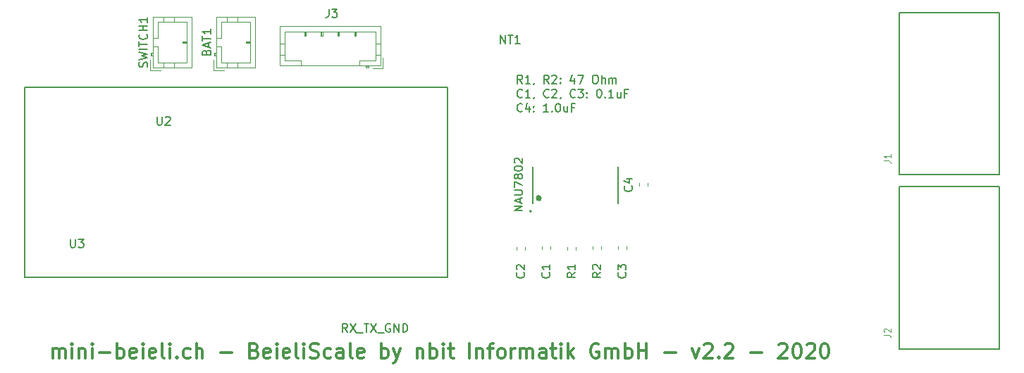
<source format=gto>
G04 #@! TF.GenerationSoftware,KiCad,Pcbnew,5.1.5-2.fc32*
G04 #@! TF.CreationDate,2020-05-12T10:48:03+02:00*
G04 #@! TF.ProjectId,beieliscale-kicad,62656965-6c69-4736-9361-6c652d6b6963,rev?*
G04 #@! TF.SameCoordinates,Original*
G04 #@! TF.FileFunction,Legend,Top*
G04 #@! TF.FilePolarity,Positive*
%FSLAX46Y46*%
G04 Gerber Fmt 4.6, Leading zero omitted, Abs format (unit mm)*
G04 Created by KiCad (PCBNEW 5.1.5-2.fc32) date 2020-05-12 10:48:03*
%MOMM*%
%LPD*%
G04 APERTURE LIST*
%ADD10C,0.150000*%
%ADD11C,0.200000*%
%ADD12C,0.300000*%
%ADD13C,0.120000*%
%ADD14C,0.127000*%
%ADD15C,0.050000*%
G04 APERTURE END LIST*
D10*
X45466095Y-64173380D02*
X45466095Y-64982904D01*
X45513714Y-65078142D01*
X45561333Y-65125761D01*
X45656571Y-65173380D01*
X45847047Y-65173380D01*
X45942285Y-65125761D01*
X45989904Y-65078142D01*
X46037523Y-64982904D01*
X46037523Y-64173380D01*
X46418476Y-64173380D02*
X47037523Y-64173380D01*
X46704190Y-64554333D01*
X46847047Y-64554333D01*
X46942285Y-64601952D01*
X46989904Y-64649571D01*
X47037523Y-64744809D01*
X47037523Y-64982904D01*
X46989904Y-65078142D01*
X46942285Y-65125761D01*
X46847047Y-65173380D01*
X46561333Y-65173380D01*
X46466095Y-65125761D01*
X46418476Y-65078142D01*
X55880095Y-49441380D02*
X55880095Y-50250904D01*
X55927714Y-50346142D01*
X55975333Y-50393761D01*
X56070571Y-50441380D01*
X56261047Y-50441380D01*
X56356285Y-50393761D01*
X56403904Y-50346142D01*
X56451523Y-50250904D01*
X56451523Y-49441380D01*
X56880095Y-49536619D02*
X56927714Y-49489000D01*
X57022952Y-49441380D01*
X57261047Y-49441380D01*
X57356285Y-49489000D01*
X57403904Y-49536619D01*
X57451523Y-49631857D01*
X57451523Y-49727095D01*
X57403904Y-49869952D01*
X56832476Y-50441380D01*
X57451523Y-50441380D01*
D11*
X99745523Y-45439380D02*
X99412190Y-44963190D01*
X99174095Y-45439380D02*
X99174095Y-44439380D01*
X99555047Y-44439380D01*
X99650285Y-44487000D01*
X99697904Y-44534619D01*
X99745523Y-44629857D01*
X99745523Y-44772714D01*
X99697904Y-44867952D01*
X99650285Y-44915571D01*
X99555047Y-44963190D01*
X99174095Y-44963190D01*
X100697904Y-45439380D02*
X100126476Y-45439380D01*
X100412190Y-45439380D02*
X100412190Y-44439380D01*
X100316952Y-44582238D01*
X100221714Y-44677476D01*
X100126476Y-44725095D01*
X101174095Y-45391761D02*
X101174095Y-45439380D01*
X101126476Y-45534619D01*
X101078857Y-45582238D01*
X102936000Y-45439380D02*
X102602666Y-44963190D01*
X102364571Y-45439380D02*
X102364571Y-44439380D01*
X102745523Y-44439380D01*
X102840761Y-44487000D01*
X102888380Y-44534619D01*
X102936000Y-44629857D01*
X102936000Y-44772714D01*
X102888380Y-44867952D01*
X102840761Y-44915571D01*
X102745523Y-44963190D01*
X102364571Y-44963190D01*
X103316952Y-44534619D02*
X103364571Y-44487000D01*
X103459809Y-44439380D01*
X103697904Y-44439380D01*
X103793142Y-44487000D01*
X103840761Y-44534619D01*
X103888380Y-44629857D01*
X103888380Y-44725095D01*
X103840761Y-44867952D01*
X103269333Y-45439380D01*
X103888380Y-45439380D01*
X104316952Y-45344142D02*
X104364571Y-45391761D01*
X104316952Y-45439380D01*
X104269333Y-45391761D01*
X104316952Y-45344142D01*
X104316952Y-45439380D01*
X104316952Y-44820333D02*
X104364571Y-44867952D01*
X104316952Y-44915571D01*
X104269333Y-44867952D01*
X104316952Y-44820333D01*
X104316952Y-44915571D01*
X105983619Y-44772714D02*
X105983619Y-45439380D01*
X105745523Y-44391761D02*
X105507428Y-45106047D01*
X106126476Y-45106047D01*
X106412190Y-44439380D02*
X107078857Y-44439380D01*
X106650285Y-45439380D01*
X108412190Y-44439380D02*
X108602666Y-44439380D01*
X108697904Y-44487000D01*
X108793142Y-44582238D01*
X108840761Y-44772714D01*
X108840761Y-45106047D01*
X108793142Y-45296523D01*
X108697904Y-45391761D01*
X108602666Y-45439380D01*
X108412190Y-45439380D01*
X108316952Y-45391761D01*
X108221714Y-45296523D01*
X108174095Y-45106047D01*
X108174095Y-44772714D01*
X108221714Y-44582238D01*
X108316952Y-44487000D01*
X108412190Y-44439380D01*
X109269333Y-45439380D02*
X109269333Y-44439380D01*
X109697904Y-45439380D02*
X109697904Y-44915571D01*
X109650285Y-44820333D01*
X109555047Y-44772714D01*
X109412190Y-44772714D01*
X109316952Y-44820333D01*
X109269333Y-44867952D01*
X110174095Y-45439380D02*
X110174095Y-44772714D01*
X110174095Y-44867952D02*
X110221714Y-44820333D01*
X110316952Y-44772714D01*
X110459809Y-44772714D01*
X110555047Y-44820333D01*
X110602666Y-44915571D01*
X110602666Y-45439380D01*
X110602666Y-44915571D02*
X110650285Y-44820333D01*
X110745523Y-44772714D01*
X110888380Y-44772714D01*
X110983619Y-44820333D01*
X111031238Y-44915571D01*
X111031238Y-45439380D01*
X99745523Y-47044142D02*
X99697904Y-47091761D01*
X99555047Y-47139380D01*
X99459809Y-47139380D01*
X99316952Y-47091761D01*
X99221714Y-46996523D01*
X99174095Y-46901285D01*
X99126476Y-46710809D01*
X99126476Y-46567952D01*
X99174095Y-46377476D01*
X99221714Y-46282238D01*
X99316952Y-46187000D01*
X99459809Y-46139380D01*
X99555047Y-46139380D01*
X99697904Y-46187000D01*
X99745523Y-46234619D01*
X100697904Y-47139380D02*
X100126476Y-47139380D01*
X100412190Y-47139380D02*
X100412190Y-46139380D01*
X100316952Y-46282238D01*
X100221714Y-46377476D01*
X100126476Y-46425095D01*
X101174095Y-47091761D02*
X101174095Y-47139380D01*
X101126476Y-47234619D01*
X101078857Y-47282238D01*
X102936000Y-47044142D02*
X102888380Y-47091761D01*
X102745523Y-47139380D01*
X102650285Y-47139380D01*
X102507428Y-47091761D01*
X102412190Y-46996523D01*
X102364571Y-46901285D01*
X102316952Y-46710809D01*
X102316952Y-46567952D01*
X102364571Y-46377476D01*
X102412190Y-46282238D01*
X102507428Y-46187000D01*
X102650285Y-46139380D01*
X102745523Y-46139380D01*
X102888380Y-46187000D01*
X102936000Y-46234619D01*
X103316952Y-46234619D02*
X103364571Y-46187000D01*
X103459809Y-46139380D01*
X103697904Y-46139380D01*
X103793142Y-46187000D01*
X103840761Y-46234619D01*
X103888380Y-46329857D01*
X103888380Y-46425095D01*
X103840761Y-46567952D01*
X103269333Y-47139380D01*
X103888380Y-47139380D01*
X104364571Y-47091761D02*
X104364571Y-47139380D01*
X104316952Y-47234619D01*
X104269333Y-47282238D01*
X106126476Y-47044142D02*
X106078857Y-47091761D01*
X105936000Y-47139380D01*
X105840761Y-47139380D01*
X105697904Y-47091761D01*
X105602666Y-46996523D01*
X105555047Y-46901285D01*
X105507428Y-46710809D01*
X105507428Y-46567952D01*
X105555047Y-46377476D01*
X105602666Y-46282238D01*
X105697904Y-46187000D01*
X105840761Y-46139380D01*
X105936000Y-46139380D01*
X106078857Y-46187000D01*
X106126476Y-46234619D01*
X106459809Y-46139380D02*
X107078857Y-46139380D01*
X106745523Y-46520333D01*
X106888380Y-46520333D01*
X106983619Y-46567952D01*
X107031238Y-46615571D01*
X107078857Y-46710809D01*
X107078857Y-46948904D01*
X107031238Y-47044142D01*
X106983619Y-47091761D01*
X106888380Y-47139380D01*
X106602666Y-47139380D01*
X106507428Y-47091761D01*
X106459809Y-47044142D01*
X107507428Y-47044142D02*
X107555047Y-47091761D01*
X107507428Y-47139380D01*
X107459809Y-47091761D01*
X107507428Y-47044142D01*
X107507428Y-47139380D01*
X107507428Y-46520333D02*
X107555047Y-46567952D01*
X107507428Y-46615571D01*
X107459809Y-46567952D01*
X107507428Y-46520333D01*
X107507428Y-46615571D01*
X108936000Y-46139380D02*
X109031238Y-46139380D01*
X109126476Y-46187000D01*
X109174095Y-46234619D01*
X109221714Y-46329857D01*
X109269333Y-46520333D01*
X109269333Y-46758428D01*
X109221714Y-46948904D01*
X109174095Y-47044142D01*
X109126476Y-47091761D01*
X109031238Y-47139380D01*
X108936000Y-47139380D01*
X108840761Y-47091761D01*
X108793142Y-47044142D01*
X108745523Y-46948904D01*
X108697904Y-46758428D01*
X108697904Y-46520333D01*
X108745523Y-46329857D01*
X108793142Y-46234619D01*
X108840761Y-46187000D01*
X108936000Y-46139380D01*
X109697904Y-47044142D02*
X109745523Y-47091761D01*
X109697904Y-47139380D01*
X109650285Y-47091761D01*
X109697904Y-47044142D01*
X109697904Y-47139380D01*
X110697904Y-47139380D02*
X110126476Y-47139380D01*
X110412190Y-47139380D02*
X110412190Y-46139380D01*
X110316952Y-46282238D01*
X110221714Y-46377476D01*
X110126476Y-46425095D01*
X111555047Y-46472714D02*
X111555047Y-47139380D01*
X111126476Y-46472714D02*
X111126476Y-46996523D01*
X111174095Y-47091761D01*
X111269333Y-47139380D01*
X111412190Y-47139380D01*
X111507428Y-47091761D01*
X111555047Y-47044142D01*
X112364571Y-46615571D02*
X112031238Y-46615571D01*
X112031238Y-47139380D02*
X112031238Y-46139380D01*
X112507428Y-46139380D01*
X99745523Y-48744142D02*
X99697904Y-48791761D01*
X99555047Y-48839380D01*
X99459809Y-48839380D01*
X99316952Y-48791761D01*
X99221714Y-48696523D01*
X99174095Y-48601285D01*
X99126476Y-48410809D01*
X99126476Y-48267952D01*
X99174095Y-48077476D01*
X99221714Y-47982238D01*
X99316952Y-47887000D01*
X99459809Y-47839380D01*
X99555047Y-47839380D01*
X99697904Y-47887000D01*
X99745523Y-47934619D01*
X100602666Y-48172714D02*
X100602666Y-48839380D01*
X100364571Y-47791761D02*
X100126476Y-48506047D01*
X100745523Y-48506047D01*
X101126476Y-48744142D02*
X101174095Y-48791761D01*
X101126476Y-48839380D01*
X101078857Y-48791761D01*
X101126476Y-48744142D01*
X101126476Y-48839380D01*
X101126476Y-48220333D02*
X101174095Y-48267952D01*
X101126476Y-48315571D01*
X101078857Y-48267952D01*
X101126476Y-48220333D01*
X101126476Y-48315571D01*
X102888380Y-48839380D02*
X102316952Y-48839380D01*
X102602666Y-48839380D02*
X102602666Y-47839380D01*
X102507428Y-47982238D01*
X102412190Y-48077476D01*
X102316952Y-48125095D01*
X103316952Y-48744142D02*
X103364571Y-48791761D01*
X103316952Y-48839380D01*
X103269333Y-48791761D01*
X103316952Y-48744142D01*
X103316952Y-48839380D01*
X103983619Y-47839380D02*
X104078857Y-47839380D01*
X104174095Y-47887000D01*
X104221714Y-47934619D01*
X104269333Y-48029857D01*
X104316952Y-48220333D01*
X104316952Y-48458428D01*
X104269333Y-48648904D01*
X104221714Y-48744142D01*
X104174095Y-48791761D01*
X104078857Y-48839380D01*
X103983619Y-48839380D01*
X103888380Y-48791761D01*
X103840761Y-48744142D01*
X103793142Y-48648904D01*
X103745523Y-48458428D01*
X103745523Y-48220333D01*
X103793142Y-48029857D01*
X103840761Y-47934619D01*
X103888380Y-47887000D01*
X103983619Y-47839380D01*
X105174095Y-48172714D02*
X105174095Y-48839380D01*
X104745523Y-48172714D02*
X104745523Y-48696523D01*
X104793142Y-48791761D01*
X104888380Y-48839380D01*
X105031238Y-48839380D01*
X105126476Y-48791761D01*
X105174095Y-48744142D01*
X105983619Y-48315571D02*
X105650285Y-48315571D01*
X105650285Y-48839380D02*
X105650285Y-47839380D01*
X106126476Y-47839380D01*
D10*
X78732476Y-75333380D02*
X78399142Y-74857190D01*
X78161047Y-75333380D02*
X78161047Y-74333380D01*
X78542000Y-74333380D01*
X78637238Y-74381000D01*
X78684857Y-74428619D01*
X78732476Y-74523857D01*
X78732476Y-74666714D01*
X78684857Y-74761952D01*
X78637238Y-74809571D01*
X78542000Y-74857190D01*
X78161047Y-74857190D01*
X79065809Y-74333380D02*
X79732476Y-75333380D01*
X79732476Y-74333380D02*
X79065809Y-75333380D01*
X79875333Y-75428619D02*
X80637238Y-75428619D01*
X80732476Y-74333380D02*
X81303904Y-74333380D01*
X81018190Y-75333380D02*
X81018190Y-74333380D01*
X81542000Y-74333380D02*
X82208666Y-75333380D01*
X82208666Y-74333380D02*
X81542000Y-75333380D01*
X82351523Y-75428619D02*
X83113428Y-75428619D01*
X83875333Y-74381000D02*
X83780095Y-74333380D01*
X83637238Y-74333380D01*
X83494380Y-74381000D01*
X83399142Y-74476238D01*
X83351523Y-74571476D01*
X83303904Y-74761952D01*
X83303904Y-74904809D01*
X83351523Y-75095285D01*
X83399142Y-75190523D01*
X83494380Y-75285761D01*
X83637238Y-75333380D01*
X83732476Y-75333380D01*
X83875333Y-75285761D01*
X83922952Y-75238142D01*
X83922952Y-74904809D01*
X83732476Y-74904809D01*
X84351523Y-75333380D02*
X84351523Y-74333380D01*
X84922952Y-75333380D01*
X84922952Y-74333380D01*
X85399142Y-75333380D02*
X85399142Y-74333380D01*
X85637238Y-74333380D01*
X85780095Y-74381000D01*
X85875333Y-74476238D01*
X85922952Y-74571476D01*
X85970571Y-74761952D01*
X85970571Y-74904809D01*
X85922952Y-75095285D01*
X85875333Y-75190523D01*
X85780095Y-75285761D01*
X85637238Y-75333380D01*
X85399142Y-75333380D01*
D12*
X43332666Y-78466666D02*
X43332666Y-77300000D01*
X43332666Y-77466666D02*
X43416000Y-77383333D01*
X43582666Y-77300000D01*
X43832666Y-77300000D01*
X43999333Y-77383333D01*
X44082666Y-77550000D01*
X44082666Y-78466666D01*
X44082666Y-77550000D02*
X44166000Y-77383333D01*
X44332666Y-77300000D01*
X44582666Y-77300000D01*
X44749333Y-77383333D01*
X44832666Y-77550000D01*
X44832666Y-78466666D01*
X45666000Y-78466666D02*
X45666000Y-77300000D01*
X45666000Y-76716666D02*
X45582666Y-76800000D01*
X45666000Y-76883333D01*
X45749333Y-76800000D01*
X45666000Y-76716666D01*
X45666000Y-76883333D01*
X46499333Y-77300000D02*
X46499333Y-78466666D01*
X46499333Y-77466666D02*
X46582666Y-77383333D01*
X46749333Y-77300000D01*
X46999333Y-77300000D01*
X47166000Y-77383333D01*
X47249333Y-77550000D01*
X47249333Y-78466666D01*
X48082666Y-78466666D02*
X48082666Y-77300000D01*
X48082666Y-76716666D02*
X47999333Y-76800000D01*
X48082666Y-76883333D01*
X48166000Y-76800000D01*
X48082666Y-76716666D01*
X48082666Y-76883333D01*
X48916000Y-77800000D02*
X50249333Y-77800000D01*
X51082666Y-78466666D02*
X51082666Y-76716666D01*
X51082666Y-77383333D02*
X51249333Y-77300000D01*
X51582666Y-77300000D01*
X51749333Y-77383333D01*
X51832666Y-77466666D01*
X51916000Y-77633333D01*
X51916000Y-78133333D01*
X51832666Y-78300000D01*
X51749333Y-78383333D01*
X51582666Y-78466666D01*
X51249333Y-78466666D01*
X51082666Y-78383333D01*
X53332666Y-78383333D02*
X53166000Y-78466666D01*
X52832666Y-78466666D01*
X52666000Y-78383333D01*
X52582666Y-78216666D01*
X52582666Y-77550000D01*
X52666000Y-77383333D01*
X52832666Y-77300000D01*
X53166000Y-77300000D01*
X53332666Y-77383333D01*
X53416000Y-77550000D01*
X53416000Y-77716666D01*
X52582666Y-77883333D01*
X54166000Y-78466666D02*
X54166000Y-77300000D01*
X54166000Y-76716666D02*
X54082666Y-76800000D01*
X54166000Y-76883333D01*
X54249333Y-76800000D01*
X54166000Y-76716666D01*
X54166000Y-76883333D01*
X55666000Y-78383333D02*
X55499333Y-78466666D01*
X55166000Y-78466666D01*
X54999333Y-78383333D01*
X54916000Y-78216666D01*
X54916000Y-77550000D01*
X54999333Y-77383333D01*
X55166000Y-77300000D01*
X55499333Y-77300000D01*
X55666000Y-77383333D01*
X55749333Y-77550000D01*
X55749333Y-77716666D01*
X54916000Y-77883333D01*
X56749333Y-78466666D02*
X56582666Y-78383333D01*
X56499333Y-78216666D01*
X56499333Y-76716666D01*
X57416000Y-78466666D02*
X57416000Y-77300000D01*
X57416000Y-76716666D02*
X57332666Y-76800000D01*
X57416000Y-76883333D01*
X57499333Y-76800000D01*
X57416000Y-76716666D01*
X57416000Y-76883333D01*
X58249333Y-78300000D02*
X58332666Y-78383333D01*
X58249333Y-78466666D01*
X58166000Y-78383333D01*
X58249333Y-78300000D01*
X58249333Y-78466666D01*
X59832666Y-78383333D02*
X59666000Y-78466666D01*
X59332666Y-78466666D01*
X59166000Y-78383333D01*
X59082666Y-78300000D01*
X58999333Y-78133333D01*
X58999333Y-77633333D01*
X59082666Y-77466666D01*
X59166000Y-77383333D01*
X59332666Y-77300000D01*
X59666000Y-77300000D01*
X59832666Y-77383333D01*
X60582666Y-78466666D02*
X60582666Y-76716666D01*
X61332666Y-78466666D02*
X61332666Y-77550000D01*
X61249333Y-77383333D01*
X61082666Y-77300000D01*
X60832666Y-77300000D01*
X60666000Y-77383333D01*
X60582666Y-77466666D01*
X63499333Y-77800000D02*
X64832666Y-77800000D01*
X67582666Y-77550000D02*
X67832666Y-77633333D01*
X67916000Y-77716666D01*
X67999333Y-77883333D01*
X67999333Y-78133333D01*
X67916000Y-78300000D01*
X67832666Y-78383333D01*
X67666000Y-78466666D01*
X66999333Y-78466666D01*
X66999333Y-76716666D01*
X67582666Y-76716666D01*
X67749333Y-76800000D01*
X67832666Y-76883333D01*
X67916000Y-77050000D01*
X67916000Y-77216666D01*
X67832666Y-77383333D01*
X67749333Y-77466666D01*
X67582666Y-77550000D01*
X66999333Y-77550000D01*
X69416000Y-78383333D02*
X69249333Y-78466666D01*
X68916000Y-78466666D01*
X68749333Y-78383333D01*
X68666000Y-78216666D01*
X68666000Y-77550000D01*
X68749333Y-77383333D01*
X68916000Y-77300000D01*
X69249333Y-77300000D01*
X69416000Y-77383333D01*
X69499333Y-77550000D01*
X69499333Y-77716666D01*
X68666000Y-77883333D01*
X70249333Y-78466666D02*
X70249333Y-77300000D01*
X70249333Y-76716666D02*
X70166000Y-76800000D01*
X70249333Y-76883333D01*
X70332666Y-76800000D01*
X70249333Y-76716666D01*
X70249333Y-76883333D01*
X71749333Y-78383333D02*
X71582666Y-78466666D01*
X71249333Y-78466666D01*
X71082666Y-78383333D01*
X70999333Y-78216666D01*
X70999333Y-77550000D01*
X71082666Y-77383333D01*
X71249333Y-77300000D01*
X71582666Y-77300000D01*
X71749333Y-77383333D01*
X71832666Y-77550000D01*
X71832666Y-77716666D01*
X70999333Y-77883333D01*
X72832666Y-78466666D02*
X72666000Y-78383333D01*
X72582666Y-78216666D01*
X72582666Y-76716666D01*
X73499333Y-78466666D02*
X73499333Y-77300000D01*
X73499333Y-76716666D02*
X73416000Y-76800000D01*
X73499333Y-76883333D01*
X73582666Y-76800000D01*
X73499333Y-76716666D01*
X73499333Y-76883333D01*
X74249333Y-78383333D02*
X74499333Y-78466666D01*
X74916000Y-78466666D01*
X75082666Y-78383333D01*
X75166000Y-78300000D01*
X75249333Y-78133333D01*
X75249333Y-77966666D01*
X75166000Y-77800000D01*
X75082666Y-77716666D01*
X74916000Y-77633333D01*
X74582666Y-77550000D01*
X74416000Y-77466666D01*
X74332666Y-77383333D01*
X74249333Y-77216666D01*
X74249333Y-77050000D01*
X74332666Y-76883333D01*
X74416000Y-76800000D01*
X74582666Y-76716666D01*
X74999333Y-76716666D01*
X75249333Y-76800000D01*
X76749333Y-78383333D02*
X76582666Y-78466666D01*
X76249333Y-78466666D01*
X76082666Y-78383333D01*
X75999333Y-78300000D01*
X75916000Y-78133333D01*
X75916000Y-77633333D01*
X75999333Y-77466666D01*
X76082666Y-77383333D01*
X76249333Y-77300000D01*
X76582666Y-77300000D01*
X76749333Y-77383333D01*
X78249333Y-78466666D02*
X78249333Y-77550000D01*
X78166000Y-77383333D01*
X77999333Y-77300000D01*
X77666000Y-77300000D01*
X77499333Y-77383333D01*
X78249333Y-78383333D02*
X78082666Y-78466666D01*
X77666000Y-78466666D01*
X77499333Y-78383333D01*
X77416000Y-78216666D01*
X77416000Y-78050000D01*
X77499333Y-77883333D01*
X77666000Y-77800000D01*
X78082666Y-77800000D01*
X78249333Y-77716666D01*
X79332666Y-78466666D02*
X79166000Y-78383333D01*
X79082666Y-78216666D01*
X79082666Y-76716666D01*
X80666000Y-78383333D02*
X80499333Y-78466666D01*
X80166000Y-78466666D01*
X79999333Y-78383333D01*
X79916000Y-78216666D01*
X79916000Y-77550000D01*
X79999333Y-77383333D01*
X80166000Y-77300000D01*
X80499333Y-77300000D01*
X80666000Y-77383333D01*
X80749333Y-77550000D01*
X80749333Y-77716666D01*
X79916000Y-77883333D01*
X82832666Y-78466666D02*
X82832666Y-76716666D01*
X82832666Y-77383333D02*
X82999333Y-77300000D01*
X83332666Y-77300000D01*
X83499333Y-77383333D01*
X83582666Y-77466666D01*
X83666000Y-77633333D01*
X83666000Y-78133333D01*
X83582666Y-78300000D01*
X83499333Y-78383333D01*
X83332666Y-78466666D01*
X82999333Y-78466666D01*
X82832666Y-78383333D01*
X84249333Y-77300000D02*
X84666000Y-78466666D01*
X85082666Y-77300000D02*
X84666000Y-78466666D01*
X84499333Y-78883333D01*
X84416000Y-78966666D01*
X84249333Y-79050000D01*
X87082666Y-77300000D02*
X87082666Y-78466666D01*
X87082666Y-77466666D02*
X87166000Y-77383333D01*
X87332666Y-77300000D01*
X87582666Y-77300000D01*
X87749333Y-77383333D01*
X87832666Y-77550000D01*
X87832666Y-78466666D01*
X88666000Y-78466666D02*
X88666000Y-76716666D01*
X88666000Y-77383333D02*
X88832666Y-77300000D01*
X89166000Y-77300000D01*
X89332666Y-77383333D01*
X89416000Y-77466666D01*
X89499333Y-77633333D01*
X89499333Y-78133333D01*
X89416000Y-78300000D01*
X89332666Y-78383333D01*
X89166000Y-78466666D01*
X88832666Y-78466666D01*
X88666000Y-78383333D01*
X90249333Y-78466666D02*
X90249333Y-77300000D01*
X90249333Y-76716666D02*
X90166000Y-76800000D01*
X90249333Y-76883333D01*
X90332666Y-76800000D01*
X90249333Y-76716666D01*
X90249333Y-76883333D01*
X90832666Y-77300000D02*
X91499333Y-77300000D01*
X91082666Y-76716666D02*
X91082666Y-78216666D01*
X91166000Y-78383333D01*
X91332666Y-78466666D01*
X91499333Y-78466666D01*
X93416000Y-78466666D02*
X93416000Y-76716666D01*
X94249333Y-77300000D02*
X94249333Y-78466666D01*
X94249333Y-77466666D02*
X94332666Y-77383333D01*
X94499333Y-77300000D01*
X94749333Y-77300000D01*
X94916000Y-77383333D01*
X94999333Y-77550000D01*
X94999333Y-78466666D01*
X95582666Y-77300000D02*
X96249333Y-77300000D01*
X95832666Y-78466666D02*
X95832666Y-76966666D01*
X95916000Y-76800000D01*
X96082666Y-76716666D01*
X96249333Y-76716666D01*
X97082666Y-78466666D02*
X96916000Y-78383333D01*
X96832666Y-78300000D01*
X96749333Y-78133333D01*
X96749333Y-77633333D01*
X96832666Y-77466666D01*
X96916000Y-77383333D01*
X97082666Y-77300000D01*
X97332666Y-77300000D01*
X97499333Y-77383333D01*
X97582666Y-77466666D01*
X97666000Y-77633333D01*
X97666000Y-78133333D01*
X97582666Y-78300000D01*
X97499333Y-78383333D01*
X97332666Y-78466666D01*
X97082666Y-78466666D01*
X98416000Y-78466666D02*
X98416000Y-77300000D01*
X98416000Y-77633333D02*
X98499333Y-77466666D01*
X98582666Y-77383333D01*
X98749333Y-77300000D01*
X98916000Y-77300000D01*
X99499333Y-78466666D02*
X99499333Y-77300000D01*
X99499333Y-77466666D02*
X99582666Y-77383333D01*
X99749333Y-77300000D01*
X99999333Y-77300000D01*
X100166000Y-77383333D01*
X100249333Y-77550000D01*
X100249333Y-78466666D01*
X100249333Y-77550000D02*
X100332666Y-77383333D01*
X100499333Y-77300000D01*
X100749333Y-77300000D01*
X100916000Y-77383333D01*
X100999333Y-77550000D01*
X100999333Y-78466666D01*
X102582666Y-78466666D02*
X102582666Y-77550000D01*
X102499333Y-77383333D01*
X102332666Y-77300000D01*
X101999333Y-77300000D01*
X101832666Y-77383333D01*
X102582666Y-78383333D02*
X102416000Y-78466666D01*
X101999333Y-78466666D01*
X101832666Y-78383333D01*
X101749333Y-78216666D01*
X101749333Y-78050000D01*
X101832666Y-77883333D01*
X101999333Y-77800000D01*
X102416000Y-77800000D01*
X102582666Y-77716666D01*
X103166000Y-77300000D02*
X103832666Y-77300000D01*
X103416000Y-76716666D02*
X103416000Y-78216666D01*
X103499333Y-78383333D01*
X103666000Y-78466666D01*
X103832666Y-78466666D01*
X104416000Y-78466666D02*
X104416000Y-77300000D01*
X104416000Y-76716666D02*
X104332666Y-76800000D01*
X104416000Y-76883333D01*
X104499333Y-76800000D01*
X104416000Y-76716666D01*
X104416000Y-76883333D01*
X105249333Y-78466666D02*
X105249333Y-76716666D01*
X105416000Y-77800000D02*
X105916000Y-78466666D01*
X105916000Y-77300000D02*
X105249333Y-77966666D01*
X108916000Y-76800000D02*
X108749333Y-76716666D01*
X108499333Y-76716666D01*
X108249333Y-76800000D01*
X108082666Y-76966666D01*
X107999333Y-77133333D01*
X107916000Y-77466666D01*
X107916000Y-77716666D01*
X107999333Y-78050000D01*
X108082666Y-78216666D01*
X108249333Y-78383333D01*
X108499333Y-78466666D01*
X108666000Y-78466666D01*
X108916000Y-78383333D01*
X108999333Y-78300000D01*
X108999333Y-77716666D01*
X108666000Y-77716666D01*
X109749333Y-78466666D02*
X109749333Y-77300000D01*
X109749333Y-77466666D02*
X109832666Y-77383333D01*
X109999333Y-77300000D01*
X110249333Y-77300000D01*
X110416000Y-77383333D01*
X110499333Y-77550000D01*
X110499333Y-78466666D01*
X110499333Y-77550000D02*
X110582666Y-77383333D01*
X110749333Y-77300000D01*
X110999333Y-77300000D01*
X111166000Y-77383333D01*
X111249333Y-77550000D01*
X111249333Y-78466666D01*
X112082666Y-78466666D02*
X112082666Y-76716666D01*
X112082666Y-77383333D02*
X112249333Y-77300000D01*
X112582666Y-77300000D01*
X112749333Y-77383333D01*
X112832666Y-77466666D01*
X112916000Y-77633333D01*
X112916000Y-78133333D01*
X112832666Y-78300000D01*
X112749333Y-78383333D01*
X112582666Y-78466666D01*
X112249333Y-78466666D01*
X112082666Y-78383333D01*
X113666000Y-78466666D02*
X113666000Y-76716666D01*
X113666000Y-77550000D02*
X114666000Y-77550000D01*
X114666000Y-78466666D02*
X114666000Y-76716666D01*
X116832666Y-77800000D02*
X118166000Y-77800000D01*
X120166000Y-77300000D02*
X120582666Y-78466666D01*
X120999333Y-77300000D01*
X121582666Y-76883333D02*
X121666000Y-76800000D01*
X121832666Y-76716666D01*
X122249333Y-76716666D01*
X122416000Y-76800000D01*
X122499333Y-76883333D01*
X122582666Y-77050000D01*
X122582666Y-77216666D01*
X122499333Y-77466666D01*
X121499333Y-78466666D01*
X122582666Y-78466666D01*
X123332666Y-78300000D02*
X123416000Y-78383333D01*
X123332666Y-78466666D01*
X123249333Y-78383333D01*
X123332666Y-78300000D01*
X123332666Y-78466666D01*
X124082666Y-76883333D02*
X124166000Y-76800000D01*
X124332666Y-76716666D01*
X124749333Y-76716666D01*
X124916000Y-76800000D01*
X124999333Y-76883333D01*
X125082666Y-77050000D01*
X125082666Y-77216666D01*
X124999333Y-77466666D01*
X123999333Y-78466666D01*
X125082666Y-78466666D01*
X127166000Y-77800000D02*
X128499333Y-77800000D01*
X130582666Y-76883333D02*
X130666000Y-76800000D01*
X130832666Y-76716666D01*
X131249333Y-76716666D01*
X131416000Y-76800000D01*
X131499333Y-76883333D01*
X131582666Y-77050000D01*
X131582666Y-77216666D01*
X131499333Y-77466666D01*
X130499333Y-78466666D01*
X131582666Y-78466666D01*
X132666000Y-76716666D02*
X132832666Y-76716666D01*
X132999333Y-76800000D01*
X133082666Y-76883333D01*
X133166000Y-77050000D01*
X133249333Y-77383333D01*
X133249333Y-77800000D01*
X133166000Y-78133333D01*
X133082666Y-78300000D01*
X132999333Y-78383333D01*
X132832666Y-78466666D01*
X132666000Y-78466666D01*
X132499333Y-78383333D01*
X132416000Y-78300000D01*
X132332666Y-78133333D01*
X132249333Y-77800000D01*
X132249333Y-77383333D01*
X132332666Y-77050000D01*
X132416000Y-76883333D01*
X132499333Y-76800000D01*
X132666000Y-76716666D01*
X133916000Y-76883333D02*
X133999333Y-76800000D01*
X134166000Y-76716666D01*
X134582666Y-76716666D01*
X134749333Y-76800000D01*
X134832666Y-76883333D01*
X134916000Y-77050000D01*
X134916000Y-77216666D01*
X134832666Y-77466666D01*
X133832666Y-78466666D01*
X134916000Y-78466666D01*
X135999333Y-76716666D02*
X136166000Y-76716666D01*
X136332666Y-76800000D01*
X136416000Y-76883333D01*
X136499333Y-77050000D01*
X136582666Y-77383333D01*
X136582666Y-77800000D01*
X136499333Y-78133333D01*
X136416000Y-78300000D01*
X136332666Y-78383333D01*
X136166000Y-78466666D01*
X135999333Y-78466666D01*
X135832666Y-78383333D01*
X135749333Y-78300000D01*
X135666000Y-78133333D01*
X135582666Y-77800000D01*
X135582666Y-77383333D01*
X135666000Y-77050000D01*
X135749333Y-76883333D01*
X135832666Y-76800000D01*
X135999333Y-76716666D01*
D13*
X100078000Y-65417279D02*
X100078000Y-65091721D01*
X99058000Y-65417279D02*
X99058000Y-65091721D01*
X114810000Y-57771779D02*
X114810000Y-57446221D01*
X113790000Y-57771779D02*
X113790000Y-57446221D01*
X108202000Y-65040721D02*
X108202000Y-65366279D01*
X109222000Y-65040721D02*
X109222000Y-65366279D01*
X105154000Y-65091721D02*
X105154000Y-65417279D01*
X106174000Y-65091721D02*
X106174000Y-65417279D01*
D11*
X100975000Y-59828000D02*
X100975000Y-55428000D01*
X111275000Y-55428000D02*
X111275000Y-59828000D01*
X100825000Y-60828000D02*
G75*
G03X100825000Y-60828000I-100000J0D01*
G01*
D12*
X101925000Y-59228000D02*
G75*
G03X101925000Y-59228000I-200000J0D01*
G01*
D14*
X144995000Y-57865000D02*
X157045000Y-57865000D01*
X144995000Y-77365000D02*
X144995000Y-57865000D01*
X157045000Y-77365000D02*
X144995000Y-77365000D01*
X157045000Y-57865000D02*
X157045000Y-77365000D01*
X144995000Y-36910000D02*
X157045000Y-36910000D01*
X144995000Y-56410000D02*
X144995000Y-36910000D01*
X157045000Y-56410000D02*
X144995000Y-56410000D01*
X157045000Y-36910000D02*
X157045000Y-56410000D01*
D13*
X112270000Y-65391779D02*
X112270000Y-65066221D01*
X111250000Y-65391779D02*
X111250000Y-65066221D01*
X103126000Y-65391779D02*
X103126000Y-65066221D01*
X102106000Y-65391779D02*
X102106000Y-65066221D01*
X62960000Y-43540000D02*
X67680000Y-43540000D01*
X67680000Y-43540000D02*
X67680000Y-37420000D01*
X67680000Y-37420000D02*
X62960000Y-37420000D01*
X62960000Y-37420000D02*
X62960000Y-43540000D01*
X62960000Y-41780000D02*
X62760000Y-41780000D01*
X62760000Y-41780000D02*
X62760000Y-42080000D01*
X62760000Y-42080000D02*
X62960000Y-42080000D01*
X62860000Y-41780000D02*
X62860000Y-42080000D01*
X62960000Y-40980000D02*
X63570000Y-40980000D01*
X63570000Y-40980000D02*
X63570000Y-42930000D01*
X63570000Y-42930000D02*
X67070000Y-42930000D01*
X67070000Y-42930000D02*
X67070000Y-38030000D01*
X67070000Y-38030000D02*
X63570000Y-38030000D01*
X63570000Y-38030000D02*
X63570000Y-39980000D01*
X63570000Y-39980000D02*
X62960000Y-39980000D01*
X64270000Y-43540000D02*
X64270000Y-42930000D01*
X65570000Y-43540000D02*
X65570000Y-42930000D01*
X64270000Y-37420000D02*
X64270000Y-38030000D01*
X65570000Y-37420000D02*
X65570000Y-38030000D01*
X67070000Y-40580000D02*
X66570000Y-40580000D01*
X66570000Y-40580000D02*
X66570000Y-40380000D01*
X66570000Y-40380000D02*
X67070000Y-40380000D01*
X67070000Y-40480000D02*
X66570000Y-40480000D01*
X62660000Y-42590000D02*
X62660000Y-43840000D01*
X62660000Y-43840000D02*
X63910000Y-43840000D01*
X55040000Y-43840000D02*
X56290000Y-43840000D01*
X55040000Y-42590000D02*
X55040000Y-43840000D01*
X59450000Y-40480000D02*
X58950000Y-40480000D01*
X58950000Y-40380000D02*
X59450000Y-40380000D01*
X58950000Y-40580000D02*
X58950000Y-40380000D01*
X59450000Y-40580000D02*
X58950000Y-40580000D01*
X57950000Y-37420000D02*
X57950000Y-38030000D01*
X56650000Y-37420000D02*
X56650000Y-38030000D01*
X57950000Y-43540000D02*
X57950000Y-42930000D01*
X56650000Y-43540000D02*
X56650000Y-42930000D01*
X55950000Y-39980000D02*
X55340000Y-39980000D01*
X55950000Y-38030000D02*
X55950000Y-39980000D01*
X59450000Y-38030000D02*
X55950000Y-38030000D01*
X59450000Y-42930000D02*
X59450000Y-38030000D01*
X55950000Y-42930000D02*
X59450000Y-42930000D01*
X55950000Y-40980000D02*
X55950000Y-42930000D01*
X55340000Y-40980000D02*
X55950000Y-40980000D01*
X55240000Y-41780000D02*
X55240000Y-42080000D01*
X55140000Y-42080000D02*
X55340000Y-42080000D01*
X55140000Y-41780000D02*
X55140000Y-42080000D01*
X55340000Y-41780000D02*
X55140000Y-41780000D01*
X55340000Y-37420000D02*
X55340000Y-43540000D01*
X60060000Y-37420000D02*
X55340000Y-37420000D01*
X60060000Y-43540000D02*
X60060000Y-37420000D01*
X55340000Y-43540000D02*
X60060000Y-43540000D01*
D10*
X40005000Y-45925000D02*
X40005000Y-68785000D01*
X40005000Y-68785000D02*
X90805000Y-68785000D01*
X90805000Y-68785000D02*
X90805000Y-45925000D01*
X90805000Y-45925000D02*
X40005000Y-45925000D01*
D13*
X82705000Y-43290000D02*
X82705000Y-38570000D01*
X82705000Y-38570000D02*
X70585000Y-38570000D01*
X70585000Y-38570000D02*
X70585000Y-43290000D01*
X70585000Y-43290000D02*
X82705000Y-43290000D01*
X80945000Y-43290000D02*
X80945000Y-43490000D01*
X80945000Y-43490000D02*
X81245000Y-43490000D01*
X81245000Y-43490000D02*
X81245000Y-43290000D01*
X80945000Y-43390000D02*
X81245000Y-43390000D01*
X80145000Y-43290000D02*
X80145000Y-42680000D01*
X80145000Y-42680000D02*
X82095000Y-42680000D01*
X82095000Y-42680000D02*
X82095000Y-39180000D01*
X82095000Y-39180000D02*
X71195000Y-39180000D01*
X71195000Y-39180000D02*
X71195000Y-42680000D01*
X71195000Y-42680000D02*
X73145000Y-42680000D01*
X73145000Y-42680000D02*
X73145000Y-43290000D01*
X82705000Y-41980000D02*
X82095000Y-41980000D01*
X82705000Y-40680000D02*
X82095000Y-40680000D01*
X70585000Y-41980000D02*
X71195000Y-41980000D01*
X70585000Y-40680000D02*
X71195000Y-40680000D01*
X79745000Y-39180000D02*
X79745000Y-39680000D01*
X79745000Y-39680000D02*
X79545000Y-39680000D01*
X79545000Y-39680000D02*
X79545000Y-39180000D01*
X79645000Y-39180000D02*
X79645000Y-39680000D01*
X77745000Y-39180000D02*
X77745000Y-39680000D01*
X77745000Y-39680000D02*
X77545000Y-39680000D01*
X77545000Y-39680000D02*
X77545000Y-39180000D01*
X77645000Y-39180000D02*
X77645000Y-39680000D01*
X75745000Y-39180000D02*
X75745000Y-39680000D01*
X75745000Y-39680000D02*
X75545000Y-39680000D01*
X75545000Y-39680000D02*
X75545000Y-39180000D01*
X75645000Y-39180000D02*
X75645000Y-39680000D01*
X73745000Y-39180000D02*
X73745000Y-39680000D01*
X73745000Y-39680000D02*
X73545000Y-39680000D01*
X73545000Y-39680000D02*
X73545000Y-39180000D01*
X73645000Y-39180000D02*
X73645000Y-39680000D01*
X81755000Y-43590000D02*
X83005000Y-43590000D01*
X83005000Y-43590000D02*
X83005000Y-42340000D01*
D10*
X97125142Y-40611380D02*
X97125142Y-39611380D01*
X97696571Y-40611380D01*
X97696571Y-39611380D01*
X98029904Y-39611380D02*
X98601333Y-39611380D01*
X98315619Y-40611380D02*
X98315619Y-39611380D01*
X99458476Y-40611380D02*
X98887047Y-40611380D01*
X99172761Y-40611380D02*
X99172761Y-39611380D01*
X99077523Y-39754238D01*
X98982285Y-39849476D01*
X98887047Y-39897095D01*
X99925142Y-68189666D02*
X99972761Y-68237285D01*
X100020380Y-68380142D01*
X100020380Y-68475380D01*
X99972761Y-68618238D01*
X99877523Y-68713476D01*
X99782285Y-68761095D01*
X99591809Y-68808714D01*
X99448952Y-68808714D01*
X99258476Y-68761095D01*
X99163238Y-68713476D01*
X99068000Y-68618238D01*
X99020380Y-68475380D01*
X99020380Y-68380142D01*
X99068000Y-68237285D01*
X99115619Y-68189666D01*
X99115619Y-67808714D02*
X99068000Y-67761095D01*
X99020380Y-67665857D01*
X99020380Y-67427761D01*
X99068000Y-67332523D01*
X99115619Y-67284904D01*
X99210857Y-67237285D01*
X99306095Y-67237285D01*
X99448952Y-67284904D01*
X100020380Y-67856333D01*
X100020380Y-67237285D01*
X112879142Y-57775666D02*
X112926761Y-57823285D01*
X112974380Y-57966142D01*
X112974380Y-58061380D01*
X112926761Y-58204238D01*
X112831523Y-58299476D01*
X112736285Y-58347095D01*
X112545809Y-58394714D01*
X112402952Y-58394714D01*
X112212476Y-58347095D01*
X112117238Y-58299476D01*
X112022000Y-58204238D01*
X111974380Y-58061380D01*
X111974380Y-57966142D01*
X112022000Y-57823285D01*
X112069619Y-57775666D01*
X112307714Y-56918523D02*
X112974380Y-56918523D01*
X111926761Y-57156619D02*
X112641047Y-57394714D01*
X112641047Y-56775666D01*
X109164380Y-68164166D02*
X108688190Y-68497500D01*
X109164380Y-68735595D02*
X108164380Y-68735595D01*
X108164380Y-68354642D01*
X108212000Y-68259404D01*
X108259619Y-68211785D01*
X108354857Y-68164166D01*
X108497714Y-68164166D01*
X108592952Y-68211785D01*
X108640571Y-68259404D01*
X108688190Y-68354642D01*
X108688190Y-68735595D01*
X108259619Y-67783214D02*
X108212000Y-67735595D01*
X108164380Y-67640357D01*
X108164380Y-67402261D01*
X108212000Y-67307023D01*
X108259619Y-67259404D01*
X108354857Y-67211785D01*
X108450095Y-67211785D01*
X108592952Y-67259404D01*
X109164380Y-67830833D01*
X109164380Y-67211785D01*
X106116380Y-68189666D02*
X105640190Y-68523000D01*
X106116380Y-68761095D02*
X105116380Y-68761095D01*
X105116380Y-68380142D01*
X105164000Y-68284904D01*
X105211619Y-68237285D01*
X105306857Y-68189666D01*
X105449714Y-68189666D01*
X105544952Y-68237285D01*
X105592571Y-68284904D01*
X105640190Y-68380142D01*
X105640190Y-68761095D01*
X106116380Y-67237285D02*
X106116380Y-67808714D01*
X106116380Y-67523000D02*
X105116380Y-67523000D01*
X105259238Y-67618238D01*
X105354476Y-67713476D01*
X105402095Y-67808714D01*
X99766380Y-60751857D02*
X98766380Y-60751857D01*
X99766380Y-60180428D01*
X98766380Y-60180428D01*
X99480666Y-59751857D02*
X99480666Y-59275666D01*
X99766380Y-59847095D02*
X98766380Y-59513761D01*
X99766380Y-59180428D01*
X98766380Y-58847095D02*
X99575904Y-58847095D01*
X99671142Y-58799476D01*
X99718761Y-58751857D01*
X99766380Y-58656619D01*
X99766380Y-58466142D01*
X99718761Y-58370904D01*
X99671142Y-58323285D01*
X99575904Y-58275666D01*
X98766380Y-58275666D01*
X98766380Y-57894714D02*
X98766380Y-57228047D01*
X99766380Y-57656619D01*
X99194952Y-56704238D02*
X99147333Y-56799476D01*
X99099714Y-56847095D01*
X99004476Y-56894714D01*
X98956857Y-56894714D01*
X98861619Y-56847095D01*
X98814000Y-56799476D01*
X98766380Y-56704238D01*
X98766380Y-56513761D01*
X98814000Y-56418523D01*
X98861619Y-56370904D01*
X98956857Y-56323285D01*
X99004476Y-56323285D01*
X99099714Y-56370904D01*
X99147333Y-56418523D01*
X99194952Y-56513761D01*
X99194952Y-56704238D01*
X99242571Y-56799476D01*
X99290190Y-56847095D01*
X99385428Y-56894714D01*
X99575904Y-56894714D01*
X99671142Y-56847095D01*
X99718761Y-56799476D01*
X99766380Y-56704238D01*
X99766380Y-56513761D01*
X99718761Y-56418523D01*
X99671142Y-56370904D01*
X99575904Y-56323285D01*
X99385428Y-56323285D01*
X99290190Y-56370904D01*
X99242571Y-56418523D01*
X99194952Y-56513761D01*
X98766380Y-55704238D02*
X98766380Y-55609000D01*
X98814000Y-55513761D01*
X98861619Y-55466142D01*
X98956857Y-55418523D01*
X99147333Y-55370904D01*
X99385428Y-55370904D01*
X99575904Y-55418523D01*
X99671142Y-55466142D01*
X99718761Y-55513761D01*
X99766380Y-55609000D01*
X99766380Y-55704238D01*
X99718761Y-55799476D01*
X99671142Y-55847095D01*
X99575904Y-55894714D01*
X99385428Y-55942333D01*
X99147333Y-55942333D01*
X98956857Y-55894714D01*
X98861619Y-55847095D01*
X98814000Y-55799476D01*
X98766380Y-55704238D01*
X98861619Y-54989952D02*
X98814000Y-54942333D01*
X98766380Y-54847095D01*
X98766380Y-54609000D01*
X98814000Y-54513761D01*
X98861619Y-54466142D01*
X98956857Y-54418523D01*
X99052095Y-54418523D01*
X99194952Y-54466142D01*
X99766380Y-55037571D01*
X99766380Y-54418523D01*
D15*
X143203881Y-75686391D02*
X143766705Y-75686391D01*
X143879270Y-75723912D01*
X143954313Y-75798955D01*
X143991834Y-75911520D01*
X143991834Y-75986563D01*
X143278925Y-75348696D02*
X143241403Y-75311175D01*
X143203881Y-75236132D01*
X143203881Y-75048524D01*
X143241403Y-74973481D01*
X143278925Y-74935959D01*
X143353968Y-74898438D01*
X143429011Y-74898438D01*
X143541576Y-74935959D01*
X143991834Y-75386218D01*
X143991834Y-74898438D01*
X143203881Y-54731391D02*
X143766705Y-54731391D01*
X143879270Y-54768912D01*
X143954313Y-54843955D01*
X143991834Y-54956520D01*
X143991834Y-55031563D01*
X143991834Y-53943438D02*
X143991834Y-54393696D01*
X143991834Y-54168567D02*
X143203881Y-54168567D01*
X143316446Y-54243610D01*
X143391489Y-54318653D01*
X143429011Y-54393696D01*
D10*
X112117142Y-68189666D02*
X112164761Y-68237285D01*
X112212380Y-68380142D01*
X112212380Y-68475380D01*
X112164761Y-68618238D01*
X112069523Y-68713476D01*
X111974285Y-68761095D01*
X111783809Y-68808714D01*
X111640952Y-68808714D01*
X111450476Y-68761095D01*
X111355238Y-68713476D01*
X111260000Y-68618238D01*
X111212380Y-68475380D01*
X111212380Y-68380142D01*
X111260000Y-68237285D01*
X111307619Y-68189666D01*
X111212380Y-67856333D02*
X111212380Y-67237285D01*
X111593333Y-67570619D01*
X111593333Y-67427761D01*
X111640952Y-67332523D01*
X111688571Y-67284904D01*
X111783809Y-67237285D01*
X112021904Y-67237285D01*
X112117142Y-67284904D01*
X112164761Y-67332523D01*
X112212380Y-67427761D01*
X112212380Y-67713476D01*
X112164761Y-67808714D01*
X112117142Y-67856333D01*
X102973142Y-68189666D02*
X103020761Y-68237285D01*
X103068380Y-68380142D01*
X103068380Y-68475380D01*
X103020761Y-68618238D01*
X102925523Y-68713476D01*
X102830285Y-68761095D01*
X102639809Y-68808714D01*
X102496952Y-68808714D01*
X102306476Y-68761095D01*
X102211238Y-68713476D01*
X102116000Y-68618238D01*
X102068380Y-68475380D01*
X102068380Y-68380142D01*
X102116000Y-68237285D01*
X102163619Y-68189666D01*
X103068380Y-67237285D02*
X103068380Y-67808714D01*
X103068380Y-67523000D02*
X102068380Y-67523000D01*
X102211238Y-67618238D01*
X102306476Y-67713476D01*
X102354095Y-67808714D01*
X61798571Y-41694285D02*
X61846190Y-41551428D01*
X61893809Y-41503809D01*
X61989047Y-41456190D01*
X62131904Y-41456190D01*
X62227142Y-41503809D01*
X62274761Y-41551428D01*
X62322380Y-41646666D01*
X62322380Y-42027619D01*
X61322380Y-42027619D01*
X61322380Y-41694285D01*
X61370000Y-41599047D01*
X61417619Y-41551428D01*
X61512857Y-41503809D01*
X61608095Y-41503809D01*
X61703333Y-41551428D01*
X61750952Y-41599047D01*
X61798571Y-41694285D01*
X61798571Y-42027619D01*
X62036666Y-41075238D02*
X62036666Y-40599047D01*
X62322380Y-41170476D02*
X61322380Y-40837142D01*
X62322380Y-40503809D01*
X61322380Y-40313333D02*
X61322380Y-39741904D01*
X62322380Y-40027619D02*
X61322380Y-40027619D01*
X62322380Y-38884761D02*
X62322380Y-39456190D01*
X62322380Y-39170476D02*
X61322380Y-39170476D01*
X61465238Y-39265714D01*
X61560476Y-39360952D01*
X61608095Y-39456190D01*
X54654761Y-43456190D02*
X54702380Y-43313333D01*
X54702380Y-43075238D01*
X54654761Y-42980000D01*
X54607142Y-42932380D01*
X54511904Y-42884761D01*
X54416666Y-42884761D01*
X54321428Y-42932380D01*
X54273809Y-42980000D01*
X54226190Y-43075238D01*
X54178571Y-43265714D01*
X54130952Y-43360952D01*
X54083333Y-43408571D01*
X53988095Y-43456190D01*
X53892857Y-43456190D01*
X53797619Y-43408571D01*
X53750000Y-43360952D01*
X53702380Y-43265714D01*
X53702380Y-43027619D01*
X53750000Y-42884761D01*
X53702380Y-42551428D02*
X54702380Y-42313333D01*
X53988095Y-42122857D01*
X54702380Y-41932380D01*
X53702380Y-41694285D01*
X54702380Y-41313333D02*
X53702380Y-41313333D01*
X53702380Y-40980000D02*
X53702380Y-40408571D01*
X54702380Y-40694285D02*
X53702380Y-40694285D01*
X54607142Y-39503809D02*
X54654761Y-39551428D01*
X54702380Y-39694285D01*
X54702380Y-39789523D01*
X54654761Y-39932380D01*
X54559523Y-40027619D01*
X54464285Y-40075238D01*
X54273809Y-40122857D01*
X54130952Y-40122857D01*
X53940476Y-40075238D01*
X53845238Y-40027619D01*
X53750000Y-39932380D01*
X53702380Y-39789523D01*
X53702380Y-39694285D01*
X53750000Y-39551428D01*
X53797619Y-39503809D01*
X54702380Y-39075238D02*
X53702380Y-39075238D01*
X54178571Y-39075238D02*
X54178571Y-38503809D01*
X54702380Y-38503809D02*
X53702380Y-38503809D01*
X54702380Y-37503809D02*
X54702380Y-38075238D01*
X54702380Y-37789523D02*
X53702380Y-37789523D01*
X53845238Y-37884761D01*
X53940476Y-37980000D01*
X53988095Y-38075238D01*
X76501666Y-36487380D02*
X76501666Y-37201666D01*
X76454047Y-37344523D01*
X76358809Y-37439761D01*
X76215952Y-37487380D01*
X76120714Y-37487380D01*
X76882619Y-36487380D02*
X77501666Y-36487380D01*
X77168333Y-36868333D01*
X77311190Y-36868333D01*
X77406428Y-36915952D01*
X77454047Y-36963571D01*
X77501666Y-37058809D01*
X77501666Y-37296904D01*
X77454047Y-37392142D01*
X77406428Y-37439761D01*
X77311190Y-37487380D01*
X77025476Y-37487380D01*
X76930238Y-37439761D01*
X76882619Y-37392142D01*
M02*

</source>
